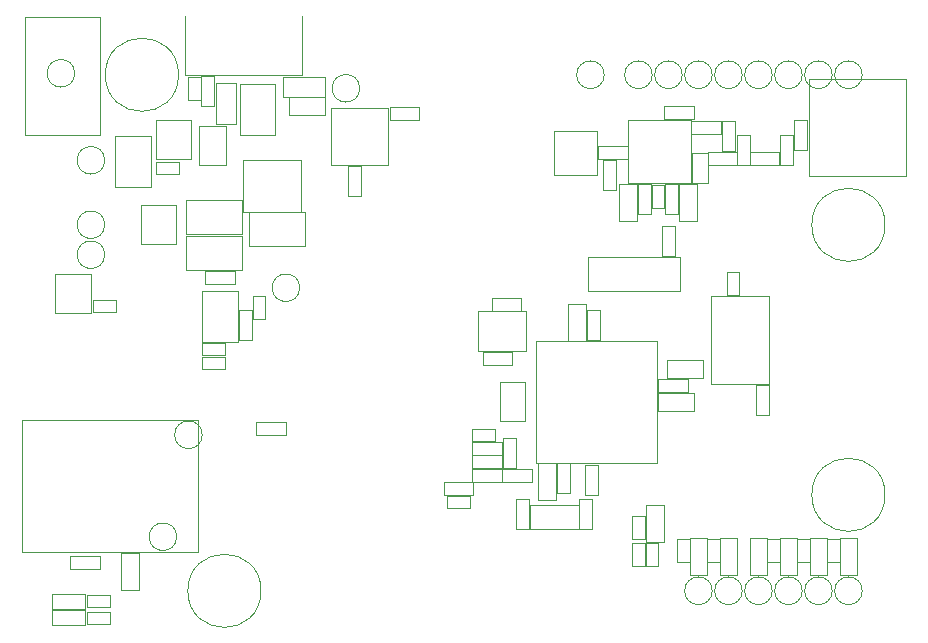
<source format=gbr>
G04 (created by PCBNEW (2013-07-07 BZR 4022)-stable) date 11/16/2016 1:12:14 AM*
%MOIN*%
G04 Gerber Fmt 3.4, Leading zero omitted, Abs format*
%FSLAX34Y34*%
G01*
G70*
G90*
G04 APERTURE LIST*
%ADD10C,0.00590551*%
%ADD11C,0.002*%
%ADD12C,0.0019685*%
G04 APERTURE END LIST*
G54D10*
G54D11*
X83674Y-44375D02*
X83674Y-41124D01*
X83674Y-41124D02*
X86925Y-41124D01*
X86925Y-41124D02*
X86925Y-44375D01*
X86925Y-44375D02*
X83674Y-44375D01*
X86220Y-46000D02*
G75*
G03X86220Y-46000I-1220J0D01*
G74*
G01*
X65420Y-58200D02*
G75*
G03X65420Y-58200I-1220J0D01*
G74*
G01*
X62670Y-41000D02*
G75*
G03X62670Y-41000I-1220J0D01*
G74*
G01*
X86220Y-55000D02*
G75*
G03X86220Y-55000I-1220J0D01*
G74*
G01*
G54D12*
X64835Y-43835D02*
X66764Y-43835D01*
X66764Y-43835D02*
X66764Y-45564D01*
X66764Y-45564D02*
X64835Y-45564D01*
X64835Y-45564D02*
X64835Y-43835D01*
G54D11*
X58448Y-58844D02*
X59551Y-58844D01*
X59551Y-58844D02*
X59551Y-59355D01*
X59551Y-59355D02*
X58448Y-59355D01*
X58448Y-59355D02*
X58448Y-58844D01*
X58448Y-58294D02*
X59551Y-58294D01*
X59551Y-58294D02*
X59551Y-58805D01*
X59551Y-58805D02*
X58448Y-58805D01*
X58448Y-58805D02*
X58448Y-58294D01*
G54D12*
X64584Y-41261D02*
X64584Y-42638D01*
X64584Y-42638D02*
X63915Y-42638D01*
X63915Y-42638D02*
X63915Y-41261D01*
X63915Y-41261D02*
X64584Y-41261D01*
X66161Y-41065D02*
X67538Y-41065D01*
X67538Y-41065D02*
X67538Y-41734D01*
X67538Y-41734D02*
X66161Y-41734D01*
X66161Y-41734D02*
X66161Y-41065D01*
G54D11*
X76628Y-44328D02*
X75171Y-44328D01*
X75171Y-44328D02*
X75171Y-42871D01*
X75171Y-42871D02*
X76628Y-42871D01*
X76628Y-42871D02*
X76628Y-44328D01*
X76007Y-56153D02*
X74392Y-56153D01*
X74392Y-56153D02*
X74392Y-55346D01*
X74392Y-55346D02*
X76007Y-55346D01*
X76007Y-55346D02*
X76007Y-56153D01*
X64246Y-43999D02*
X63353Y-43999D01*
X64246Y-42700D02*
X64246Y-43999D01*
X63353Y-42700D02*
X64246Y-42700D01*
X63353Y-43999D02*
X63353Y-42700D01*
X79743Y-44593D02*
X77656Y-44593D01*
X77656Y-44593D02*
X77656Y-42506D01*
X77656Y-42506D02*
X79743Y-42506D01*
X79743Y-42506D02*
X79743Y-44597D01*
G54D12*
X76304Y-47079D02*
X79395Y-47079D01*
X79395Y-47079D02*
X79395Y-48220D01*
X79395Y-48220D02*
X76304Y-48220D01*
X76304Y-48220D02*
X76304Y-47079D01*
G54D11*
X82366Y-48383D02*
X82366Y-51316D01*
X82366Y-51316D02*
X80433Y-51316D01*
X80433Y-51316D02*
X80433Y-48383D01*
X80433Y-48383D02*
X82366Y-48383D01*
X64644Y-48193D02*
X64644Y-49906D01*
X64644Y-49906D02*
X63455Y-49906D01*
X63455Y-49906D02*
X63455Y-48193D01*
X63455Y-48193D02*
X64644Y-48193D01*
X64705Y-43006D02*
X64705Y-41293D01*
X64705Y-41293D02*
X65894Y-41293D01*
X65894Y-41293D02*
X65894Y-43006D01*
X65894Y-43006D02*
X64705Y-43006D01*
X59740Y-48949D02*
X59740Y-47650D01*
X59740Y-47650D02*
X58559Y-47650D01*
X58559Y-47650D02*
X58559Y-48949D01*
X58559Y-48949D02*
X59740Y-48949D01*
X77266Y-43857D02*
X77266Y-44842D01*
X77266Y-44842D02*
X76833Y-44842D01*
X76833Y-44842D02*
X76833Y-43857D01*
X76833Y-43857D02*
X77266Y-43857D01*
X82733Y-43992D02*
X82733Y-43007D01*
X82733Y-43007D02*
X83166Y-43007D01*
X83166Y-43007D02*
X83166Y-43992D01*
X83166Y-43992D02*
X82733Y-43992D01*
X81283Y-43992D02*
X81283Y-43007D01*
X81283Y-43007D02*
X81716Y-43007D01*
X81716Y-43007D02*
X81716Y-43992D01*
X81716Y-43992D02*
X81283Y-43992D01*
X77642Y-43816D02*
X76657Y-43816D01*
X76657Y-43816D02*
X76657Y-43383D01*
X76657Y-43383D02*
X77642Y-43383D01*
X77642Y-43383D02*
X77642Y-43816D01*
X83616Y-42507D02*
X83616Y-43492D01*
X83616Y-43492D02*
X83183Y-43492D01*
X83183Y-43492D02*
X83183Y-42507D01*
X83183Y-42507D02*
X83616Y-42507D01*
X82692Y-44016D02*
X81707Y-44016D01*
X81707Y-44016D02*
X81707Y-43583D01*
X81707Y-43583D02*
X82692Y-43583D01*
X82692Y-43583D02*
X82692Y-44016D01*
X81460Y-41000D02*
G75*
G03X81460Y-41000I-460J0D01*
G74*
G01*
X83460Y-41000D02*
G75*
G03X83460Y-41000I-460J0D01*
G74*
G01*
X84460Y-41000D02*
G75*
G03X84460Y-41000I-460J0D01*
G74*
G01*
X68710Y-41450D02*
G75*
G03X68710Y-41450I-460J0D01*
G74*
G01*
X85460Y-41000D02*
G75*
G03X85460Y-41000I-460J0D01*
G74*
G01*
X85460Y-58200D02*
G75*
G03X85460Y-58200I-460J0D01*
G74*
G01*
X84460Y-58200D02*
G75*
G03X84460Y-58200I-460J0D01*
G74*
G01*
X83460Y-58200D02*
G75*
G03X83460Y-58200I-460J0D01*
G74*
G01*
X82460Y-58200D02*
G75*
G03X82460Y-58200I-460J0D01*
G74*
G01*
X81460Y-58200D02*
G75*
G03X81460Y-58200I-460J0D01*
G74*
G01*
X80460Y-58200D02*
G75*
G03X80460Y-58200I-460J0D01*
G74*
G01*
X66710Y-48100D02*
G75*
G03X66710Y-48100I-460J0D01*
G74*
G01*
X60210Y-46000D02*
G75*
G03X60210Y-46000I-460J0D01*
G74*
G01*
X80460Y-41000D02*
G75*
G03X80460Y-41000I-460J0D01*
G74*
G01*
X82460Y-41000D02*
G75*
G03X82460Y-41000I-460J0D01*
G74*
G01*
X79460Y-41000D02*
G75*
G03X79460Y-41000I-460J0D01*
G74*
G01*
X63460Y-53000D02*
G75*
G03X63460Y-53000I-460J0D01*
G74*
G01*
X62610Y-56400D02*
G75*
G03X62610Y-56400I-460J0D01*
G74*
G01*
X76860Y-41000D02*
G75*
G03X76860Y-41000I-460J0D01*
G74*
G01*
X78460Y-41000D02*
G75*
G03X78460Y-41000I-460J0D01*
G74*
G01*
X60210Y-47000D02*
G75*
G03X60210Y-47000I-460J0D01*
G74*
G01*
X59210Y-40950D02*
G75*
G03X59210Y-40950I-460J0D01*
G74*
G01*
X60210Y-43850D02*
G75*
G03X60210Y-43850I-460J0D01*
G74*
G01*
X59816Y-48493D02*
X60583Y-48493D01*
X60583Y-48493D02*
X60583Y-48906D01*
X60583Y-48906D02*
X59816Y-48906D01*
X59816Y-48906D02*
X59816Y-48493D01*
G54D12*
X78639Y-51604D02*
X79860Y-51604D01*
X79860Y-51604D02*
X79860Y-52195D01*
X79860Y-52195D02*
X78639Y-52195D01*
X78639Y-52195D02*
X78639Y-51604D01*
G54D11*
X73376Y-52549D02*
X73376Y-51250D01*
X73376Y-51250D02*
X74223Y-51250D01*
X74223Y-51250D02*
X74223Y-52549D01*
X74223Y-52549D02*
X73376Y-52549D01*
X63557Y-47533D02*
X64542Y-47533D01*
X64542Y-47533D02*
X64542Y-47966D01*
X64542Y-47966D02*
X63557Y-47966D01*
X63557Y-47966D02*
X63557Y-47533D01*
X82366Y-51357D02*
X82366Y-52342D01*
X82366Y-52342D02*
X81933Y-52342D01*
X81933Y-52342D02*
X81933Y-51357D01*
X81933Y-51357D02*
X82366Y-51357D01*
X62905Y-45179D02*
X64794Y-45179D01*
X64794Y-45179D02*
X64794Y-46320D01*
X64794Y-46320D02*
X62905Y-46320D01*
X62905Y-46320D02*
X62905Y-45179D01*
G54D12*
X83295Y-56439D02*
X83295Y-57660D01*
X83295Y-57660D02*
X82704Y-57660D01*
X82704Y-57660D02*
X82704Y-56439D01*
X82704Y-56439D02*
X83295Y-56439D01*
X85295Y-56439D02*
X85295Y-57660D01*
X85295Y-57660D02*
X84704Y-57660D01*
X84704Y-57660D02*
X84704Y-56439D01*
X84704Y-56439D02*
X85295Y-56439D01*
X82295Y-56439D02*
X82295Y-57660D01*
X82295Y-57660D02*
X81704Y-57660D01*
X81704Y-57660D02*
X81704Y-56439D01*
X81704Y-56439D02*
X82295Y-56439D01*
X81295Y-56439D02*
X81295Y-57660D01*
X81295Y-57660D02*
X80704Y-57660D01*
X80704Y-57660D02*
X80704Y-56439D01*
X80704Y-56439D02*
X81295Y-56439D01*
X80295Y-56439D02*
X80295Y-57660D01*
X80295Y-57660D02*
X79704Y-57660D01*
X79704Y-57660D02*
X79704Y-56439D01*
X79704Y-56439D02*
X80295Y-56439D01*
X78845Y-55339D02*
X78845Y-56560D01*
X78845Y-56560D02*
X78254Y-56560D01*
X78254Y-56560D02*
X78254Y-55339D01*
X78254Y-55339D02*
X78845Y-55339D01*
X84295Y-56439D02*
X84295Y-57660D01*
X84295Y-57660D02*
X83704Y-57660D01*
X83704Y-57660D02*
X83704Y-56439D01*
X83704Y-56439D02*
X84295Y-56439D01*
X77354Y-45860D02*
X77354Y-44639D01*
X77354Y-44639D02*
X77945Y-44639D01*
X77945Y-44639D02*
X77945Y-45860D01*
X77945Y-45860D02*
X77354Y-45860D01*
X79354Y-45860D02*
X79354Y-44639D01*
X79354Y-44639D02*
X79945Y-44639D01*
X79945Y-44639D02*
X79945Y-45860D01*
X79945Y-45860D02*
X79354Y-45860D01*
X75245Y-53939D02*
X75245Y-55160D01*
X75245Y-55160D02*
X74654Y-55160D01*
X74654Y-55160D02*
X74654Y-53939D01*
X74654Y-53939D02*
X75245Y-53939D01*
X78939Y-50504D02*
X80160Y-50504D01*
X80160Y-50504D02*
X80160Y-51095D01*
X80160Y-51095D02*
X78939Y-51095D01*
X78939Y-51095D02*
X78939Y-50504D01*
X75654Y-49860D02*
X75654Y-48639D01*
X75654Y-48639D02*
X76245Y-48639D01*
X76245Y-48639D02*
X76245Y-49860D01*
X76245Y-49860D02*
X75654Y-49860D01*
X67560Y-42345D02*
X66339Y-42345D01*
X66339Y-42345D02*
X66339Y-41754D01*
X66339Y-41754D02*
X67560Y-41754D01*
X67560Y-41754D02*
X67560Y-42345D01*
X61345Y-56939D02*
X61345Y-58160D01*
X61345Y-58160D02*
X60754Y-58160D01*
X60754Y-58160D02*
X60754Y-56939D01*
X60754Y-56939D02*
X61345Y-56939D01*
X57559Y-43018D02*
X57559Y-39081D01*
X57559Y-39081D02*
X60040Y-39081D01*
X60040Y-39081D02*
X60040Y-43018D01*
X60040Y-43018D02*
X57559Y-43018D01*
G54D11*
X80742Y-42966D02*
X79757Y-42966D01*
X79757Y-42966D02*
X79757Y-42533D01*
X79757Y-42533D02*
X80742Y-42533D01*
X80742Y-42533D02*
X80742Y-42966D01*
X81292Y-44016D02*
X80307Y-44016D01*
X80307Y-44016D02*
X80307Y-43583D01*
X80307Y-43583D02*
X81292Y-43583D01*
X81292Y-43583D02*
X81292Y-44016D01*
X78783Y-47042D02*
X78783Y-46057D01*
X78783Y-46057D02*
X79216Y-46057D01*
X79216Y-46057D02*
X79216Y-47042D01*
X79216Y-47042D02*
X78783Y-47042D01*
X66242Y-53016D02*
X65257Y-53016D01*
X65257Y-53016D02*
X65257Y-52583D01*
X65257Y-52583D02*
X66242Y-52583D01*
X66242Y-52583D02*
X66242Y-53016D01*
X64683Y-49842D02*
X64683Y-48857D01*
X64683Y-48857D02*
X65116Y-48857D01*
X65116Y-48857D02*
X65116Y-49842D01*
X65116Y-49842D02*
X64683Y-49842D01*
X77983Y-45642D02*
X77983Y-44657D01*
X77983Y-44657D02*
X78416Y-44657D01*
X78416Y-44657D02*
X78416Y-45642D01*
X78416Y-45642D02*
X77983Y-45642D01*
X71507Y-54583D02*
X72492Y-54583D01*
X72492Y-54583D02*
X72492Y-55016D01*
X72492Y-55016D02*
X71507Y-55016D01*
X71507Y-55016D02*
X71507Y-54583D01*
X73933Y-56142D02*
X73933Y-55157D01*
X73933Y-55157D02*
X74366Y-55157D01*
X74366Y-55157D02*
X74366Y-56142D01*
X74366Y-56142D02*
X73933Y-56142D01*
X76033Y-56142D02*
X76033Y-55157D01*
X76033Y-55157D02*
X76466Y-55157D01*
X76466Y-55157D02*
X76466Y-56142D01*
X76466Y-56142D02*
X76033Y-56142D01*
X72807Y-50233D02*
X73792Y-50233D01*
X73792Y-50233D02*
X73792Y-50666D01*
X73792Y-50666D02*
X72807Y-50666D01*
X72807Y-50666D02*
X72807Y-50233D01*
X74092Y-48866D02*
X73107Y-48866D01*
X73107Y-48866D02*
X73107Y-48433D01*
X73107Y-48433D02*
X74092Y-48433D01*
X74092Y-48433D02*
X74092Y-48866D01*
X73442Y-53666D02*
X72457Y-53666D01*
X72457Y-53666D02*
X72457Y-53233D01*
X72457Y-53233D02*
X73442Y-53233D01*
X73442Y-53233D02*
X73442Y-53666D01*
X73916Y-53107D02*
X73916Y-54092D01*
X73916Y-54092D02*
X73483Y-54092D01*
X73483Y-54092D02*
X73483Y-53107D01*
X73483Y-53107D02*
X73916Y-53107D01*
X73442Y-54116D02*
X72457Y-54116D01*
X72457Y-54116D02*
X72457Y-53683D01*
X72457Y-53683D02*
X73442Y-53683D01*
X73442Y-53683D02*
X73442Y-54116D01*
X75716Y-53957D02*
X75716Y-54942D01*
X75716Y-54942D02*
X75283Y-54942D01*
X75283Y-54942D02*
X75283Y-53957D01*
X75283Y-53957D02*
X75716Y-53957D01*
X78657Y-51133D02*
X79642Y-51133D01*
X79642Y-51133D02*
X79642Y-51566D01*
X79642Y-51566D02*
X78657Y-51566D01*
X78657Y-51566D02*
X78657Y-51133D01*
X76283Y-49842D02*
X76283Y-48857D01*
X76283Y-48857D02*
X76716Y-48857D01*
X76716Y-48857D02*
X76716Y-49842D01*
X76716Y-49842D02*
X76283Y-49842D01*
X73442Y-54566D02*
X72457Y-54566D01*
X72457Y-54566D02*
X72457Y-54133D01*
X72457Y-54133D02*
X73442Y-54133D01*
X73442Y-54133D02*
X73442Y-54566D01*
X69707Y-42083D02*
X70692Y-42083D01*
X70692Y-42083D02*
X70692Y-42516D01*
X70692Y-42516D02*
X69707Y-42516D01*
X69707Y-42516D02*
X69707Y-42083D01*
X68766Y-44057D02*
X68766Y-45042D01*
X68766Y-45042D02*
X68333Y-45042D01*
X68333Y-45042D02*
X68333Y-44057D01*
X68333Y-44057D02*
X68766Y-44057D01*
X78883Y-45642D02*
X78883Y-44657D01*
X78883Y-44657D02*
X79316Y-44657D01*
X79316Y-44657D02*
X79316Y-45642D01*
X79316Y-45642D02*
X78883Y-45642D01*
X63866Y-41057D02*
X63866Y-42042D01*
X63866Y-42042D02*
X63433Y-42042D01*
X63433Y-42042D02*
X63433Y-41057D01*
X63433Y-41057D02*
X63866Y-41057D01*
X79842Y-42466D02*
X78857Y-42466D01*
X78857Y-42466D02*
X78857Y-42033D01*
X78857Y-42033D02*
X79842Y-42033D01*
X79842Y-42033D02*
X79842Y-42466D01*
X76666Y-54007D02*
X76666Y-54992D01*
X76666Y-54992D02*
X76233Y-54992D01*
X76233Y-54992D02*
X76233Y-54007D01*
X76233Y-54007D02*
X76666Y-54007D01*
X84293Y-57233D02*
X84293Y-56466D01*
X84293Y-56466D02*
X84706Y-56466D01*
X84706Y-56466D02*
X84706Y-57233D01*
X84706Y-57233D02*
X84293Y-57233D01*
X83293Y-57233D02*
X83293Y-56466D01*
X83293Y-56466D02*
X83706Y-56466D01*
X83706Y-56466D02*
X83706Y-57233D01*
X83706Y-57233D02*
X83293Y-57233D01*
X82293Y-57233D02*
X82293Y-56466D01*
X82293Y-56466D02*
X82706Y-56466D01*
X82706Y-56466D02*
X82706Y-57233D01*
X82706Y-57233D02*
X82293Y-57233D01*
X80293Y-57233D02*
X80293Y-56466D01*
X80293Y-56466D02*
X80706Y-56466D01*
X80706Y-56466D02*
X80706Y-57233D01*
X80706Y-57233D02*
X80293Y-57233D01*
X79293Y-57233D02*
X79293Y-56466D01*
X79293Y-56466D02*
X79706Y-56466D01*
X79706Y-56466D02*
X79706Y-57233D01*
X79706Y-57233D02*
X79293Y-57233D01*
X77793Y-57383D02*
X77793Y-56616D01*
X77793Y-56616D02*
X78206Y-56616D01*
X78206Y-56616D02*
X78206Y-57383D01*
X78206Y-57383D02*
X77793Y-57383D01*
X78656Y-56616D02*
X78656Y-57383D01*
X78656Y-57383D02*
X78243Y-57383D01*
X78243Y-57383D02*
X78243Y-56616D01*
X78243Y-56616D02*
X78656Y-56616D01*
X80943Y-48333D02*
X80943Y-47566D01*
X80943Y-47566D02*
X81356Y-47566D01*
X81356Y-47566D02*
X81356Y-48333D01*
X81356Y-48333D02*
X80943Y-48333D01*
X78856Y-44666D02*
X78856Y-45433D01*
X78856Y-45433D02*
X78443Y-45433D01*
X78443Y-45433D02*
X78443Y-44666D01*
X78443Y-44666D02*
X78856Y-44666D01*
X60383Y-59306D02*
X59616Y-59306D01*
X59616Y-59306D02*
X59616Y-58893D01*
X59616Y-58893D02*
X60383Y-58893D01*
X60383Y-58893D02*
X60383Y-59306D01*
X62993Y-41833D02*
X62993Y-41066D01*
X62993Y-41066D02*
X63406Y-41066D01*
X63406Y-41066D02*
X63406Y-41833D01*
X63406Y-41833D02*
X62993Y-41833D01*
X60383Y-58756D02*
X59616Y-58756D01*
X59616Y-58756D02*
X59616Y-58343D01*
X59616Y-58343D02*
X60383Y-58343D01*
X60383Y-58343D02*
X60383Y-58756D01*
X72383Y-55456D02*
X71616Y-55456D01*
X71616Y-55456D02*
X71616Y-55043D01*
X71616Y-55043D02*
X72383Y-55043D01*
X72383Y-55043D02*
X72383Y-55456D01*
X63466Y-49943D02*
X64233Y-49943D01*
X64233Y-49943D02*
X64233Y-50356D01*
X64233Y-50356D02*
X63466Y-50356D01*
X63466Y-50356D02*
X63466Y-49943D01*
X73233Y-53206D02*
X72466Y-53206D01*
X72466Y-53206D02*
X72466Y-52793D01*
X72466Y-52793D02*
X73233Y-52793D01*
X73233Y-52793D02*
X73233Y-53206D01*
X64233Y-50806D02*
X63466Y-50806D01*
X63466Y-50806D02*
X63466Y-50393D01*
X63466Y-50393D02*
X64233Y-50393D01*
X64233Y-50393D02*
X64233Y-50806D01*
X80783Y-43542D02*
X80783Y-42557D01*
X80783Y-42557D02*
X81216Y-42557D01*
X81216Y-42557D02*
X81216Y-43542D01*
X81216Y-43542D02*
X80783Y-43542D01*
X73457Y-54133D02*
X74442Y-54133D01*
X74442Y-54133D02*
X74442Y-54566D01*
X74442Y-54566D02*
X73457Y-54566D01*
X73457Y-54566D02*
X73457Y-54133D01*
X62905Y-46379D02*
X64794Y-46379D01*
X64794Y-46379D02*
X64794Y-47520D01*
X64794Y-47520D02*
X62905Y-47520D01*
X62905Y-47520D02*
X62905Y-46379D01*
X66894Y-46720D02*
X65005Y-46720D01*
X65005Y-46720D02*
X65005Y-45579D01*
X65005Y-45579D02*
X66894Y-45579D01*
X66894Y-45579D02*
X66894Y-46720D01*
X77793Y-56483D02*
X77793Y-55716D01*
X77793Y-55716D02*
X78206Y-55716D01*
X78206Y-55716D02*
X78206Y-56483D01*
X78206Y-56483D02*
X77793Y-56483D01*
X67755Y-42105D02*
X69644Y-42105D01*
X69644Y-42105D02*
X69644Y-43994D01*
X67755Y-43994D02*
X67755Y-42105D01*
X69644Y-43994D02*
X67755Y-43994D01*
X62901Y-39127D02*
X62901Y-39029D01*
X66798Y-39127D02*
X66798Y-39029D01*
X66798Y-39127D02*
X66798Y-41017D01*
X62901Y-39127D02*
X62901Y-41017D01*
X62901Y-41017D02*
X66798Y-41017D01*
G54D12*
X63333Y-52507D02*
X63333Y-56892D01*
X63333Y-52507D02*
X57466Y-52507D01*
X63333Y-56892D02*
X57466Y-56892D01*
X57466Y-52507D02*
X57466Y-56892D01*
G54D11*
X65556Y-48366D02*
X65556Y-49133D01*
X65556Y-49133D02*
X65143Y-49133D01*
X65143Y-49133D02*
X65143Y-48366D01*
X65143Y-48366D02*
X65556Y-48366D01*
G54D12*
X78627Y-53927D02*
X74572Y-53927D01*
X74572Y-53927D02*
X74572Y-49872D01*
X74572Y-49872D02*
X78627Y-49872D01*
X78627Y-49872D02*
X78627Y-53927D01*
X79786Y-44607D02*
X79786Y-43592D01*
X79786Y-43592D02*
X80313Y-43592D01*
X80313Y-43592D02*
X80313Y-44607D01*
X80313Y-44607D02*
X79786Y-44607D01*
X74257Y-48880D02*
X74257Y-50219D01*
X74257Y-50219D02*
X72642Y-50219D01*
X72642Y-50219D02*
X72642Y-48880D01*
X72642Y-48880D02*
X74257Y-48880D01*
G54D11*
X62683Y-44306D02*
X61916Y-44306D01*
X61916Y-44306D02*
X61916Y-43893D01*
X61916Y-43893D02*
X62683Y-43893D01*
X62683Y-43893D02*
X62683Y-44306D01*
X60555Y-44756D02*
X60555Y-43043D01*
X60555Y-43043D02*
X61744Y-43043D01*
X61744Y-43043D02*
X61744Y-44756D01*
X61744Y-44756D02*
X60555Y-44756D01*
X62590Y-46649D02*
X62590Y-45350D01*
X62590Y-45350D02*
X61409Y-45350D01*
X61409Y-45350D02*
X61409Y-46649D01*
X61409Y-46649D02*
X62590Y-46649D01*
X61909Y-42500D02*
X61909Y-43799D01*
X61909Y-43799D02*
X63090Y-43799D01*
X63090Y-43799D02*
X63090Y-42500D01*
X63090Y-42500D02*
X61909Y-42500D01*
X59057Y-57033D02*
X60042Y-57033D01*
X60042Y-57033D02*
X60042Y-57466D01*
X60042Y-57466D02*
X59057Y-57466D01*
X59057Y-57466D02*
X59057Y-57033D01*
M02*

</source>
